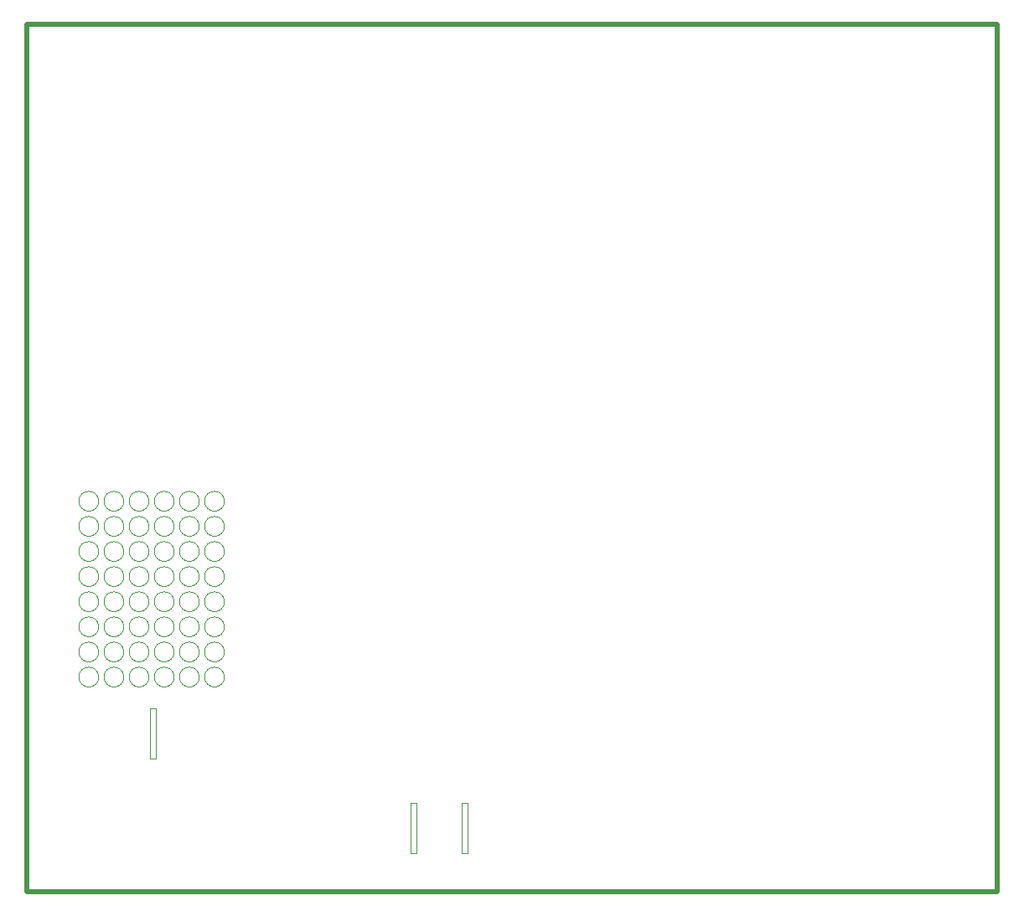
<source format=gbr>
%TF.GenerationSoftware,KiCad,Pcbnew,8.0.6*%
%TF.CreationDate,2024-12-30T11:18:50+02:00*%
%TF.ProjectId,project,70726f6a-6563-4742-9e6b-696361645f70,rev?*%
%TF.SameCoordinates,Original*%
%TF.FileFunction,Profile,NP*%
%FSLAX46Y46*%
G04 Gerber Fmt 4.6, Leading zero omitted, Abs format (unit mm)*
G04 Created by KiCad (PCBNEW 8.0.6) date 2024-12-30 11:18:50*
%MOMM*%
%LPD*%
G01*
G04 APERTURE LIST*
%TA.AperFunction,Profile*%
%ADD10C,0.050000*%
%TD*%
%TA.AperFunction,Profile*%
%ADD11C,0.500000*%
%TD*%
G04 APERTURE END LIST*
D10*
X92207500Y-110695000D02*
G75*
G02*
X90207500Y-110695000I-1000000J0D01*
G01*
X90207500Y-110695000D02*
G75*
G02*
X92207500Y-110695000I1000000J0D01*
G01*
X89667500Y-110695000D02*
G75*
G02*
X87667500Y-110695000I-1000000J0D01*
G01*
X87667500Y-110695000D02*
G75*
G02*
X89667500Y-110695000I1000000J0D01*
G01*
X87127500Y-110695000D02*
G75*
G02*
X85127500Y-110695000I-1000000J0D01*
G01*
X85127500Y-110695000D02*
G75*
G02*
X87127500Y-110695000I1000000J0D01*
G01*
X84587500Y-110695000D02*
G75*
G02*
X82587500Y-110695000I-1000000J0D01*
G01*
X82587500Y-110695000D02*
G75*
G02*
X84587500Y-110695000I1000000J0D01*
G01*
X82047500Y-110695000D02*
G75*
G02*
X80047500Y-110695000I-1000000J0D01*
G01*
X80047500Y-110695000D02*
G75*
G02*
X82047500Y-110695000I1000000J0D01*
G01*
X79507500Y-110695000D02*
G75*
G02*
X77507500Y-110695000I-1000000J0D01*
G01*
X77507500Y-110695000D02*
G75*
G02*
X79507500Y-110695000I1000000J0D01*
G01*
X92207500Y-108155000D02*
G75*
G02*
X90207500Y-108155000I-1000000J0D01*
G01*
X90207500Y-108155000D02*
G75*
G02*
X92207500Y-108155000I1000000J0D01*
G01*
X89667500Y-108155000D02*
G75*
G02*
X87667500Y-108155000I-1000000J0D01*
G01*
X87667500Y-108155000D02*
G75*
G02*
X89667500Y-108155000I1000000J0D01*
G01*
X87127500Y-108155000D02*
G75*
G02*
X85127500Y-108155000I-1000000J0D01*
G01*
X85127500Y-108155000D02*
G75*
G02*
X87127500Y-108155000I1000000J0D01*
G01*
X84587500Y-108155000D02*
G75*
G02*
X82587500Y-108155000I-1000000J0D01*
G01*
X82587500Y-108155000D02*
G75*
G02*
X84587500Y-108155000I1000000J0D01*
G01*
X82047500Y-108155000D02*
G75*
G02*
X80047500Y-108155000I-1000000J0D01*
G01*
X80047500Y-108155000D02*
G75*
G02*
X82047500Y-108155000I1000000J0D01*
G01*
X79507500Y-108155000D02*
G75*
G02*
X77507500Y-108155000I-1000000J0D01*
G01*
X77507500Y-108155000D02*
G75*
G02*
X79507500Y-108155000I1000000J0D01*
G01*
X92207500Y-105615000D02*
G75*
G02*
X90207500Y-105615000I-1000000J0D01*
G01*
X90207500Y-105615000D02*
G75*
G02*
X92207500Y-105615000I1000000J0D01*
G01*
X89667500Y-105615000D02*
G75*
G02*
X87667500Y-105615000I-1000000J0D01*
G01*
X87667500Y-105615000D02*
G75*
G02*
X89667500Y-105615000I1000000J0D01*
G01*
X87127500Y-105615000D02*
G75*
G02*
X85127500Y-105615000I-1000000J0D01*
G01*
X85127500Y-105615000D02*
G75*
G02*
X87127500Y-105615000I1000000J0D01*
G01*
X84587500Y-105615000D02*
G75*
G02*
X82587500Y-105615000I-1000000J0D01*
G01*
X82587500Y-105615000D02*
G75*
G02*
X84587500Y-105615000I1000000J0D01*
G01*
X82047500Y-105615000D02*
G75*
G02*
X80047500Y-105615000I-1000000J0D01*
G01*
X80047500Y-105615000D02*
G75*
G02*
X82047500Y-105615000I1000000J0D01*
G01*
X79507500Y-105615000D02*
G75*
G02*
X77507500Y-105615000I-1000000J0D01*
G01*
X77507500Y-105615000D02*
G75*
G02*
X79507500Y-105615000I1000000J0D01*
G01*
X92207500Y-103075000D02*
G75*
G02*
X90207500Y-103075000I-1000000J0D01*
G01*
X90207500Y-103075000D02*
G75*
G02*
X92207500Y-103075000I1000000J0D01*
G01*
X89667500Y-103075000D02*
G75*
G02*
X87667500Y-103075000I-1000000J0D01*
G01*
X87667500Y-103075000D02*
G75*
G02*
X89667500Y-103075000I1000000J0D01*
G01*
X87127500Y-103075000D02*
G75*
G02*
X85127500Y-103075000I-1000000J0D01*
G01*
X85127500Y-103075000D02*
G75*
G02*
X87127500Y-103075000I1000000J0D01*
G01*
X84587500Y-103075000D02*
G75*
G02*
X82587500Y-103075000I-1000000J0D01*
G01*
X82587500Y-103075000D02*
G75*
G02*
X84587500Y-103075000I1000000J0D01*
G01*
X82047500Y-103075000D02*
G75*
G02*
X80047500Y-103075000I-1000000J0D01*
G01*
X80047500Y-103075000D02*
G75*
G02*
X82047500Y-103075000I1000000J0D01*
G01*
X79507500Y-103075000D02*
G75*
G02*
X77507500Y-103075000I-1000000J0D01*
G01*
X77507500Y-103075000D02*
G75*
G02*
X79507500Y-103075000I1000000J0D01*
G01*
X92207500Y-100535000D02*
G75*
G02*
X90207500Y-100535000I-1000000J0D01*
G01*
X90207500Y-100535000D02*
G75*
G02*
X92207500Y-100535000I1000000J0D01*
G01*
X89667500Y-100535000D02*
G75*
G02*
X87667500Y-100535000I-1000000J0D01*
G01*
X87667500Y-100535000D02*
G75*
G02*
X89667500Y-100535000I1000000J0D01*
G01*
X87127500Y-100535000D02*
G75*
G02*
X85127500Y-100535000I-1000000J0D01*
G01*
X85127500Y-100535000D02*
G75*
G02*
X87127500Y-100535000I1000000J0D01*
G01*
X84587500Y-100535000D02*
G75*
G02*
X82587500Y-100535000I-1000000J0D01*
G01*
X82587500Y-100535000D02*
G75*
G02*
X84587500Y-100535000I1000000J0D01*
G01*
X82047500Y-100535000D02*
G75*
G02*
X80047500Y-100535000I-1000000J0D01*
G01*
X80047500Y-100535000D02*
G75*
G02*
X82047500Y-100535000I1000000J0D01*
G01*
X79507500Y-100535000D02*
G75*
G02*
X77507500Y-100535000I-1000000J0D01*
G01*
X77507500Y-100535000D02*
G75*
G02*
X79507500Y-100535000I1000000J0D01*
G01*
X92207500Y-97995000D02*
G75*
G02*
X90207500Y-97995000I-1000000J0D01*
G01*
X90207500Y-97995000D02*
G75*
G02*
X92207500Y-97995000I1000000J0D01*
G01*
X89667500Y-97995000D02*
G75*
G02*
X87667500Y-97995000I-1000000J0D01*
G01*
X87667500Y-97995000D02*
G75*
G02*
X89667500Y-97995000I1000000J0D01*
G01*
X87127500Y-97995000D02*
G75*
G02*
X85127500Y-97995000I-1000000J0D01*
G01*
X85127500Y-97995000D02*
G75*
G02*
X87127500Y-97995000I1000000J0D01*
G01*
X84587500Y-97995000D02*
G75*
G02*
X82587500Y-97995000I-1000000J0D01*
G01*
X82587500Y-97995000D02*
G75*
G02*
X84587500Y-97995000I1000000J0D01*
G01*
X82047500Y-97995000D02*
G75*
G02*
X80047500Y-97995000I-1000000J0D01*
G01*
X80047500Y-97995000D02*
G75*
G02*
X82047500Y-97995000I1000000J0D01*
G01*
X79507500Y-97995000D02*
G75*
G02*
X77507500Y-97995000I-1000000J0D01*
G01*
X77507500Y-97995000D02*
G75*
G02*
X79507500Y-97995000I1000000J0D01*
G01*
X92207500Y-95455000D02*
G75*
G02*
X90207500Y-95455000I-1000000J0D01*
G01*
X90207500Y-95455000D02*
G75*
G02*
X92207500Y-95455000I1000000J0D01*
G01*
X89667500Y-95455000D02*
G75*
G02*
X87667500Y-95455000I-1000000J0D01*
G01*
X87667500Y-95455000D02*
G75*
G02*
X89667500Y-95455000I1000000J0D01*
G01*
X87127500Y-95455000D02*
G75*
G02*
X85127500Y-95455000I-1000000J0D01*
G01*
X85127500Y-95455000D02*
G75*
G02*
X87127500Y-95455000I1000000J0D01*
G01*
X84587500Y-95455000D02*
G75*
G02*
X82587500Y-95455000I-1000000J0D01*
G01*
X82587500Y-95455000D02*
G75*
G02*
X84587500Y-95455000I1000000J0D01*
G01*
X82047500Y-95455000D02*
G75*
G02*
X80047500Y-95455000I-1000000J0D01*
G01*
X80047500Y-95455000D02*
G75*
G02*
X82047500Y-95455000I1000000J0D01*
G01*
X79507500Y-95455000D02*
G75*
G02*
X77507500Y-95455000I-1000000J0D01*
G01*
X77507500Y-95455000D02*
G75*
G02*
X79507500Y-95455000I1000000J0D01*
G01*
X92207500Y-92915000D02*
G75*
G02*
X90207500Y-92915000I-1000000J0D01*
G01*
X90207500Y-92915000D02*
G75*
G02*
X92207500Y-92915000I1000000J0D01*
G01*
X89667500Y-92915000D02*
G75*
G02*
X87667500Y-92915000I-1000000J0D01*
G01*
X87667500Y-92915000D02*
G75*
G02*
X89667500Y-92915000I1000000J0D01*
G01*
X87127500Y-92915000D02*
G75*
G02*
X85127500Y-92915000I-1000000J0D01*
G01*
X85127500Y-92915000D02*
G75*
G02*
X87127500Y-92915000I1000000J0D01*
G01*
X84587500Y-92915000D02*
G75*
G02*
X82587500Y-92915000I-1000000J0D01*
G01*
X82587500Y-92915000D02*
G75*
G02*
X84587500Y-92915000I1000000J0D01*
G01*
X82047500Y-92915000D02*
G75*
G02*
X80047500Y-92915000I-1000000J0D01*
G01*
X80047500Y-92915000D02*
G75*
G02*
X82047500Y-92915000I1000000J0D01*
G01*
X79507500Y-92915000D02*
G75*
G02*
X77507500Y-92915000I-1000000J0D01*
G01*
X77507500Y-92915000D02*
G75*
G02*
X79507500Y-92915000I1000000J0D01*
G01*
X85275000Y-118950000D02*
X85275000Y-113900000D01*
X84675000Y-118950000D02*
X85275000Y-118950000D01*
X85275000Y-113900000D02*
X84675000Y-113900000D01*
X84675000Y-113900000D02*
X84675000Y-118950000D01*
X116750000Y-128500000D02*
X116750000Y-123450000D01*
X116150000Y-128500000D02*
X116750000Y-128500000D01*
X116750000Y-123450000D02*
X116150000Y-123450000D01*
X116150000Y-123450000D02*
X116150000Y-128500000D01*
X111650000Y-123450000D02*
X111050000Y-123450000D01*
X111650000Y-128500000D02*
X111650000Y-123450000D01*
X111050000Y-128500000D02*
X111650000Y-128500000D01*
X111050000Y-123450000D02*
X111050000Y-128500000D01*
D11*
X72250000Y-44700000D02*
X170300000Y-44700000D01*
X170300000Y-132400000D01*
X72250000Y-132400000D01*
X72250000Y-44700000D01*
M02*

</source>
